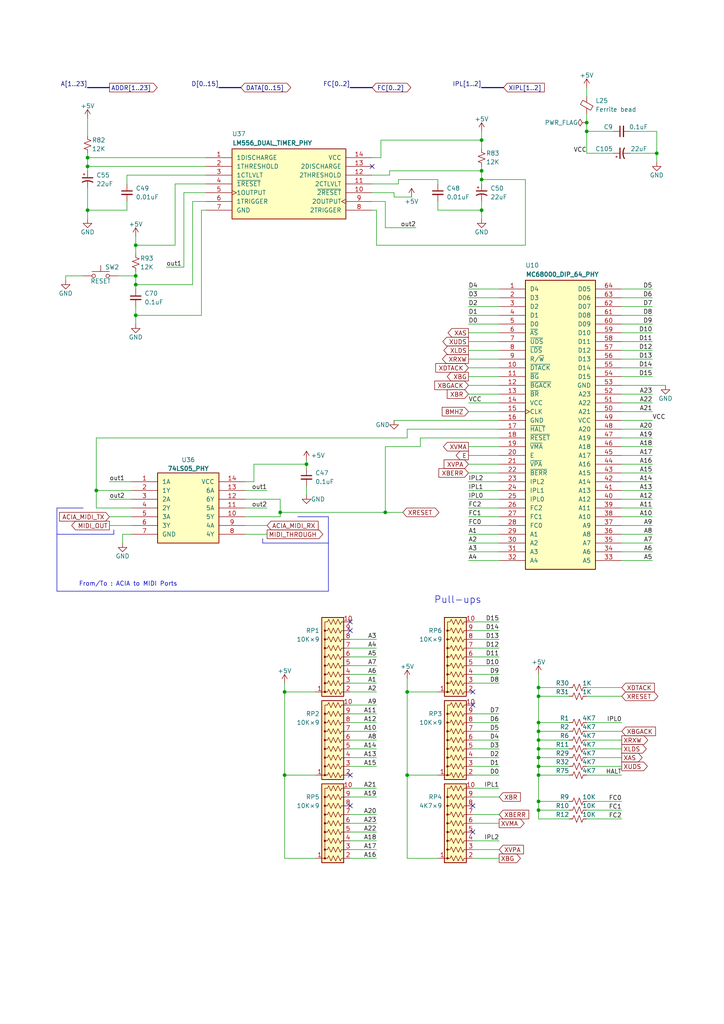
<source format=kicad_sch>
(kicad_sch (version 20230121) (generator eeschema)
  (paper "A4" portrait)
  (title_block (title "Converted schematics of Atari 260/520 ST") (date "2023-04-30") (rev "0") (comment 1 "…sporniket/kicad-conversions--atari-260-520-st-motherboard--c070231") (comment 2 "Original repository : https://github.com/…") (comment 4 "Reference : C070231"))
  (lib_symbols
    (symbol "74x05:74LS05_PHY" (pin_names (offset 1.27))
      (property "Reference" "U" (at 0 0 0))
      (property "Value" "74LS05_PHY" (at 0 0 0))
      (symbol "74LS05_PHY_0_0"
        (rectangle (start -8.89 10.16) (end 8.89 -10.16) (stroke (width 0.254)) (fill (type background)))
        (pin input line (at -16.51 7.62 0) (length 7.62) (name "1A") (number "1"))
        (pin open_collector line (at 16.51 -2.54 180) (length 7.62) (name "5Y") (number "10"))
        (pin input line (at 16.51 0 180) (length 7.62) (name "5A") (number "11"))
        (pin open_collector line (at 16.51 2.54 180) (length 7.62) (name "6Y") (number "12"))
        (pin input line (at 16.51 5.08 180) (length 7.62) (name "6A") (number "13"))
        (pin power_in line (at 16.51 7.62 180) (length 7.62) (name "VCC") (number "14"))
        (pin open_collector line (at -16.51 5.08 0) (length 7.62) (name "1Y") (number "2"))
        (pin input line (at -16.51 2.54 0) (length 7.62) (name "2A") (number "3"))
        (pin open_collector line (at -16.51 0 0) (length 7.62) (name "2Y") (number "4"))
        (pin input line (at -16.51 -2.54 0) (length 7.62) (name "3A") (number "5"))
        (pin open_collector line (at -16.51 -5.08 0) (length 7.62) (name "3Y") (number "6"))
        (pin power_in line (at -16.51 -7.62 0) (length 7.62) (name "GND") (number "7"))
        (pin open_collector line (at 16.51 -7.62 180) (length 7.62) (name "4Y") (number "8"))
        (pin input line (at 16.51 -5.08 180) (length 7.62) (name "4A") (number "9"))
      )
    )
    (symbol "Device:C_Polarized_Small_US" (pin_numbers hide) (pin_names (offset 0.254) hide)
      (property "Reference" "C" (at 0.254 1.778 0))
      (property "Value" "C_Polarized_Small_US" (at 0.254 -2.032 0))
      (symbol "C_Polarized_Small_US_0_1"
        (polyline (pts (xy -1.524 0.508) (xy 1.524 0.508)) (stroke (width 0.3048)))
        (polyline (pts (xy -1.27 1.524) (xy -0.762 1.524)))
        (polyline (pts (xy -1.016 1.27) (xy -1.016 1.778)))
        (arc (start 1.524 -0.762) (mid 0 -0.3734) (end -1.524 -0.762) (stroke (width 0.3048)))
      )
      (symbol "C_Polarized_Small_US_1_1"
        (pin passive line (at 0 2.54 270) (length 2.032) (name "~") (number "1"))
        (pin passive line (at 0 -2.54 90) (length 2.032) (name "~") (number "2"))
      )
    )
    (symbol "Device:C_Small" (pin_numbers hide) (pin_names (offset 0.254) hide)
      (property "Reference" "C" (at 0.254 1.778 0))
      (property "Value" "C_Small" (at 0.254 -2.032 0))
      (symbol "C_Small_0_1"
        (polyline (pts (xy -1.524 -0.508) (xy 1.524 -0.508)) (stroke (width 0.3302)))
        (polyline (pts (xy -1.524 0.508) (xy 1.524 0.508)) (stroke (width 0.3048)))
      )
      (symbol "C_Small_1_1"
        (pin passive line (at 0 2.54 270) (length 2.032) (name "~") (number "1"))
        (pin passive line (at 0 -2.54 90) (length 2.032) (name "~") (number "2"))
      )
    )
    (symbol "Device:FerriteBead_Small" (pin_numbers hide) (pin_names (offset 0))
      (property "Reference" "FB" (at 1.905 1.27 0))
      (property "Value" "FerriteBead_Small" (at 1.905 -1.27 0))
      (symbol "FerriteBead_Small_0_1"
        (polyline (pts (xy 0 -1.27) (xy 0 -0.7874)))
        (polyline (pts (xy 0 0.889) (xy 0 1.2954)))
        (polyline (pts (xy -1.8288 0.2794) (xy -1.1176 1.4986) (xy 1.8288 -0.2032) (xy 1.1176 -1.4224) (xy -1.8288 0.2794)))
      )
      (symbol "FerriteBead_Small_1_1"
        (pin passive line (at 0 2.54 270) (length 1.27) (name "~") (number "1"))
        (pin passive line (at 0 -2.54 90) (length 1.27) (name "~") (number "2"))
      )
    )
    (symbol "Device:R_Network09_US" (pin_names (offset 0) hide)
      (property "Reference" "RN" (at -12.7 0 90))
      (property "Value" "R_Network09_US" (at 12.7 0 90))
      (symbol "R_Network09_US_0_1"
        (rectangle (start -11.43 -3.175) (end 11.43 3.175) (stroke (width 0.254)) (fill (type background)))
        (circle (center -10.16 2.286) (radius 0.254) (fill (type outline)))
        (circle (center -7.62 2.286) (radius 0.254) (fill (type outline)))
        (circle (center -5.08 2.286) (radius 0.254) (fill (type outline)))
        (circle (center -2.54 2.286) (radius 0.254) (fill (type outline)))
        (polyline (pts (xy -10.16 2.286) (xy 10.16 2.286)))
        (polyline (pts (xy -10.16 2.286) (xy -10.16 1.524) (xy -9.398 1.1684) (xy -10.922 0.508) (xy -9.398 -0.1524) (xy -10.922 -0.8382) (xy -9.398 -1.524) (xy -10.922 -2.1844) (xy -10.16 -2.54) (xy -10.16 -3.81)))
        (polyline (pts (xy -7.62 2.286) (xy -7.62 1.524) (xy -6.858 1.1684) (xy -8.382 0.508) (xy -6.858 -0.1524) (xy -8.382 -0.8382) (xy -6.858 -1.524) (xy -8.382 -2.1844) (xy -7.62 -2.54) (xy -7.62 -3.81)))
        (polyline (pts (xy -5.08 2.286) (xy -5.08 1.524) (xy -4.318 1.1684) (xy -5.842 0.508) (xy -4.318 -0.1524) (xy -5.842 -0.8382) (xy -4.318 -1.524) (xy -5.842 -2.1844) (xy -5.08 -2.54) (xy -5.08 -3.81)))
        (polyline (pts (xy -2.54 2.286) (xy -2.54 1.524) (xy -1.778 1.1684) (xy -3.302 0.508) (xy -1.778 -0.1524) (xy -3.302 -0.8382) (xy -1.778 -1.524) (xy -3.302 -2.1844) (xy -2.54 -2.54) (xy -2.54 -3.81)))
        (polyline (pts (xy 0 2.286) (xy 0 1.524) (xy 0.762 1.1684) (xy -0.762 0.508) (xy 0.762 -0.1524) (xy -0.762 -0.8382) (xy 0.762 -1.524) (xy -0.762 -2.1844) (xy 0 -2.54) (xy 0 -3.81)))
        (polyline (pts (xy 2.54 2.286) (xy 2.54 1.524) (xy 3.302 1.1684) (xy 1.778 0.508) (xy 3.302 -0.1524) (xy 1.778 -0.8382) (xy 3.302 -1.524) (xy 1.778 -2.1844) (xy 2.54 -2.54) (xy 2.54 -3.81)))
        (polyline (pts (xy 5.08 2.286) (xy 5.08 1.524) (xy 5.842 1.1684) (xy 4.318 0.508) (xy 5.842 -0.1524) (xy 4.318 -0.8382) (xy 5.842 -1.524) (xy 4.318 -2.1844) (xy 5.08 -2.54) (xy 5.08 -3.81)))
        (polyline (pts (xy 7.62 2.286) (xy 7.62 1.524) (xy 8.382 1.1684) (xy 6.858 0.508) (xy 8.382 -0.1524) (xy 6.858 -0.8382) (xy 8.382 -1.524) (xy 6.858 -2.1844) (xy 7.62 -2.54) (xy 7.62 -3.81)))
        (polyline (pts (xy 10.16 2.286) (xy 10.16 1.524) (xy 10.922 1.1684) (xy 9.398 0.508) (xy 10.922 -0.1524) (xy 9.398 -0.8382) (xy 10.922 -1.524) (xy 9.398 -2.1844) (xy 10.16 -2.54) (xy 10.16 -3.81)))
        (circle (center 0 2.286) (radius 0.254) (fill (type outline)))
        (circle (center 2.54 2.286) (radius 0.254) (fill (type outline)))
        (circle (center 5.08 2.286) (radius 0.254) (fill (type outline)))
        (circle (center 7.62 2.286) (radius 0.254) (fill (type outline)))
      )
      (symbol "R_Network09_US_1_1"
        (pin passive line (at -10.16 5.08 270) (length 2.54) (name "common") (number "1"))
        (pin passive line (at 10.16 -5.08 90) (length 1.27) (name "R9") (number "10"))
        (pin passive line (at -10.16 -5.08 90) (length 1.27) (name "R1") (number "2"))
        (pin passive line (at -7.62 -5.08 90) (length 1.27) (name "R2") (number "3"))
        (pin passive line (at -5.08 -5.08 90) (length 1.27) (name "R3") (number "4"))
        (pin passive line (at -2.54 -5.08 90) (length 1.27) (name "R4") (number "5"))
        (pin passive line (at 0 -5.08 90) (length 1.27) (name "R5") (number "6"))
        (pin passive line (at 2.54 -5.08 90) (length 1.27) (name "R6") (number "7"))
        (pin passive line (at 5.08 -5.08 90) (length 1.27) (name "R7") (number "8"))
        (pin passive line (at 7.62 -5.08 90) (length 1.27) (name "R8") (number "9"))
      )
    )
    (symbol "Device:R_Small_US" (pin_numbers hide) (pin_names (offset 0.254) hide)
      (property "Reference" "R" (at 0.762 0.508 0))
      (property "Value" "R_Small_US" (at 0.762 -1.016 0))
      (symbol "R_Small_US_1_1"
        (polyline (pts (xy 0 0) (xy 1.016 -0.381) (xy 0 -0.762) (xy -1.016 -1.143) (xy 0 -1.524)))
        (polyline (pts (xy 0 1.524) (xy 1.016 1.143) (xy 0 0.762) (xy -1.016 0.381) (xy 0 0)))
        (pin passive line (at 0 2.54 270) (length 1.016) (name "~") (number "1"))
        (pin passive line (at 0 -2.54 90) (length 1.016) (name "~") (number "2"))
      )
    )
    (symbol "Switch:SW_Push" (pin_numbers hide) (pin_names (offset 1.016) hide)
      (property "Reference" "SW" (at 1.27 2.54 0))
      (property "Value" "SW_Push" (at 0 -1.524 0))
      (symbol "SW_Push_0_1"
        (circle (center -2.032 0) (radius 0.508))
        (polyline (pts (xy 0 1.27) (xy 0 3.048)))
        (polyline (pts (xy 2.54 1.27) (xy -2.54 1.27)))
        (circle (center 2.032 0) (radius 0.508))
        (pin passive line (at -5.08 0 0) (length 2.54) (name "1") (number "1"))
        (pin passive line (at 5.08 0 180) (length 2.54) (name "2") (number "2"))
      )
    )
    (symbol "lm556:LM556_DUAL_TIMER_PHY" (pin_names (offset 1.27))
      (property "Reference" "U" (at -16.51 15.24 0))
      (property "Value" "LM556_DUAL_TIMER_PHY" (at -16.51 12.7 0))
      (symbol "LM556_DUAL_TIMER_PHY_0_0"
        (rectangle (start -16.51 10.16) (end 16.51 -10.16) (stroke (width 0.254)) (fill (type background)))
        (pin input line (at -24.13 7.62 0) (length 7.62) (name "1DISCHARGE") (number "1"))
        (pin input line (at 24.13 -2.54 180) (length 7.62) (name "~{2RESET}") (number "10"))
        (pin input line (at 24.13 0 180) (length 7.62) (name "2CTLVLT") (number "11"))
        (pin input line (at 24.13 2.54 180) (length 7.62) (name "2THRESHOLD") (number "12"))
        (pin input line (at 24.13 5.08 180) (length 7.62) (name "2DISCHARGE") (number "13"))
        (pin power_in line (at 24.13 7.62 180) (length 7.62) (name "VCC") (number "14"))
        (pin input line (at -24.13 5.08 0) (length 7.62) (name "1THRESHOLD") (number "2"))
        (pin input line (at -24.13 2.54 0) (length 7.62) (name "1CTLVLT") (number "3"))
        (pin input line (at -24.13 0 0) (length 7.62) (name "~{1RESET}") (number "4"))
        (pin output clock (at -24.13 -2.54 0) (length 7.62) (name "1OUTPUT") (number "5"))
        (pin input line (at -24.13 -5.08 0) (length 7.62) (name "1TRIGGER") (number "6"))
        (pin power_in line (at -24.13 -7.62 0) (length 7.62) (name "GND") (number "7"))
        (pin input line (at 24.13 -7.62 180) (length 7.62) (name "2TRIGGER") (number "8"))
        (pin output clock (at 24.13 -5.08 180) (length 7.62) (name "2OUTPUT") (number "9"))
      )
    )
    (symbol "mc_68000_dip64:MC68000_DIP_64_PHY" (pin_names (offset 1.27))
      (property "Reference" "U" (at -10.16 46.99 0))
      (property "Value" "MC68000_DIP_64_PHY" (at -10.16 44.45 0))
      (symbol "MC68000_DIP_64_PHY_0_0"
        (rectangle (start -10.16 41.91) (end 10.16 -41.91) (stroke (width 0.254)) (fill (type background)))
        (pin bidirectional line (at -17.78 39.37 0) (length 7.62) (name "D4") (number "1"))
        (pin input line (at -17.78 16.51 0) (length 7.62) (name "~{DTACK}") (number "10"))
        (pin output line (at -17.78 13.97 0) (length 7.62) (name "~{BG}") (number "11"))
        (pin input line (at -17.78 11.43 0) (length 7.62) (name "~{BGACK}") (number "12"))
        (pin input line (at -17.78 8.89 0) (length 7.62) (name "~{BR}") (number "13"))
        (pin power_in line (at -17.78 6.35 0) (length 7.62) (name "VCC") (number "14"))
        (pin input clock (at -17.78 3.81 0) (length 7.62) (name "CLK") (number "15"))
        (pin power_in line (at -17.78 1.27 0) (length 7.62) (name "GND") (number "16"))
        (pin bidirectional line (at -17.78 -1.27 0) (length 7.62) (name "~{HALT}") (number "17"))
        (pin bidirectional line (at -17.78 -3.81 0) (length 7.62) (name "~{RESET}") (number "18"))
        (pin output line (at -17.78 -6.35 0) (length 7.62) (name "~{VMA}") (number "19"))
        (pin bidirectional line (at -17.78 36.83 0) (length 7.62) (name "D3") (number "2"))
        (pin output line (at -17.78 -8.89 0) (length 7.62) (name "E") (number "20"))
        (pin input line (at -17.78 -11.43 0) (length 7.62) (name "~{VPA}") (number "21"))
        (pin input line (at -17.78 -13.97 0) (length 7.62) (name "~{BERR}") (number "22"))
        (pin input line (at -17.78 -16.51 0) (length 7.62) (name "IPL2") (number "23"))
        (pin input line (at -17.78 -19.05 0) (length 7.62) (name "IPL1") (number "24"))
        (pin input line (at -17.78 -21.59 0) (length 7.62) (name "IPL0") (number "25"))
        (pin tri_state line (at -17.78 -24.13 0) (length 7.62) (name "FC2") (number "26"))
        (pin tri_state line (at -17.78 -26.67 0) (length 7.62) (name "FC1") (number "27"))
        (pin tri_state line (at -17.78 -29.21 0) (length 7.62) (name "FC0") (number "28"))
        (pin output line (at -17.78 -31.75 0) (length 7.62) (name "A1") (number "29"))
        (pin bidirectional line (at -17.78 34.29 0) (length 7.62) (name "D2") (number "3"))
        (pin output line (at -17.78 -34.29 0) (length 7.62) (name "A2") (number "30"))
        (pin output line (at -17.78 -36.83 0) (length 7.62) (name "A3") (number "31"))
        (pin output line (at -17.78 -39.37 0) (length 7.62) (name "A4") (number "32"))
        (pin output line (at 17.78 -39.37 180) (length 7.62) (name "A5") (number "33"))
        (pin output line (at 17.78 -36.83 180) (length 7.62) (name "A6") (number "34"))
        (pin output line (at 17.78 -34.29 180) (length 7.62) (name "A7") (number "35"))
        (pin output line (at 17.78 -31.75 180) (length 7.62) (name "A8") (number "36"))
        (pin output line (at 17.78 -29.21 180) (length 7.62) (name "A9") (number "37"))
        (pin output line (at 17.78 -26.67 180) (length 7.62) (name "A10") (number "38"))
        (pin output line (at 17.78 -24.13 180) (length 7.62) (name "A11") (number "39"))
        (pin bidirectional line (at -17.78 31.75 0) (length 7.62) (name "D1") (number "4"))
        (pin output line (at 17.78 -21.59 180) (length 7.62) (name "A12") (number "40"))
        (pin output line (at 17.78 -19.05 180) (length 7.62) (name "A13") (number "41"))
        (pin output line (at 17.78 -16.51 180) (length 7.62) (name "A14") (number "42"))
        (pin output line (at 17.78 -13.97 180) (length 7.62) (name "A15") (number "43"))
        (pin output line (at 17.78 -11.43 180) (length 7.62) (name "A16") (number "44"))
        (pin output line (at 17.78 -8.89 180) (length 7.62) (name "A17") (number "45"))
        (pin output line (at 17.78 -6.35 180) (length 7.62) (name "A18") (number "46"))
        (pin output line (at 17.78 -3.81 180) (length 7.62) (name "A19") (number "47"))
        (pin output line (at 17.78 -1.27 180) (length 7.62) (name "A20") (number "48"))
        (pin power_in line (at 17.78 1.27 180) (length 7.62) (name "VCC") (number "49"))
        (pin bidirectional line (at -17.78 29.21 0) (length 7.62) (name "D0") (number "5"))
        (pin output line (at 17.78 3.81 180) (length 7.62) (name "A21") (number "50"))
        (pin output line (at 17.78 6.35 180) (length 7.62) (name "A22") (number "51"))
        (pin output line (at 17.78 8.89 180) (length 7.62) (name "A23") (number "52"))
        (pin power_in line (at 17.78 11.43 180) (length 7.62) (name "GND") (number "53"))
        (pin bidirectional line (at 17.78 13.97 180) (length 7.62) (name "D15") (number "54"))
        (pin bidirectional line (at 17.78 16.51 180) (length 7.62) (name "D14") (number "55"))
        (pin bidirectional line (at 17.78 19.05 180) (length 7.62) (name "D13") (number "56"))
        (pin bidirectional line (at 17.78 21.59 180) (length 7.62) (name "D12") (number "57"))
        (pin bidirectional line (at 17.78 24.13 180) (length 7.62) (name "D11") (number "58"))
        (pin bidirectional line (at 17.78 26.67 180) (length 7.62) (name "D10") (number "59"))
        (pin tri_state line (at -17.78 26.67 0) (length 7.62) (name "~{AS}") (number "6"))
        (pin bidirectional line (at 17.78 29.21 180) (length 7.62) (name "D09") (number "60"))
        (pin bidirectional line (at 17.78 31.75 180) (length 7.62) (name "D08") (number "61"))
        (pin bidirectional line (at 17.78 34.29 180) (length 7.62) (name "D07") (number "62"))
        (pin bidirectional line (at 17.78 36.83 180) (length 7.62) (name "D06") (number "63"))
        (pin bidirectional line (at 17.78 39.37 180) (length 7.62) (name "D05") (number "64"))
        (pin tri_state line (at -17.78 24.13 0) (length 7.62) (name "~{UDS}") (number "7"))
        (pin tri_state line (at -17.78 21.59 0) (length 7.62) (name "~{LDS}") (number "8"))
        (pin tri_state line (at -17.78 19.05 0) (length 7.62) (name "R/~{W}") (number "9"))
      )
    )
    (symbol "power:+5V" (power) (pin_names (offset 0))
      (property "Value" "+5V" (at 0 3.556 0))
      (symbol "+5V_0_1"
        (polyline (pts (xy -0.762 1.27) (xy 0 2.54)))
        (polyline (pts (xy 0 0) (xy 0 2.54)))
        (polyline (pts (xy 0 2.54) (xy 0.762 1.27)))
      )
      (symbol "+5V_1_1"
        (pin power_in line (at 0 0 90) (length 0) hide (name "+5V") (number "1"))
      )
    )
    (symbol "power:GND" (power) (pin_names (offset 0))
      (property "Value" "GND" (at 0 -3.81 0))
      (symbol "GND_0_1"
        (polyline (pts (xy 0 0) (xy 0 -1.27) (xy 1.27 -1.27) (xy 0 -2.54) (xy -1.27 -1.27) (xy 0 -1.27)))
      )
      (symbol "GND_1_1"
        (pin power_in line (at 0 0 270) (length 0) hide (name "GND") (number "1"))
      )
    )
    (symbol "power:PWR_FLAG" (power) (pin_numbers hide) (pin_names (offset 0) hide)
      (property "Value" "PWR_FLAG" (at 0 3.81 0))
      (symbol "PWR_FLAG_0_0"
        (pin power_out line (at 0 0 90) (length 0) (name "pwr") (number "1"))
      )
      (symbol "PWR_FLAG_0_1"
        (polyline (pts (xy 0 0) (xy 0 1.27) (xy -1.016 1.905) (xy 0 2.54) (xy 1.016 1.905) (xy 0 1.27)))
      )
    )
  )
  (junction (at 82.55 200.66))
  (junction (at 139.7 52.07))
  (junction (at 111.76 148.59))
  (junction (at 25.4 60.96))
  (junction (at 81.28 148.59))
  (junction (at 156.21 222.25))
  (junction (at 156.21 199.39))
  (junction (at 156.21 234.95))
  (junction (at 88.9 134.62))
  (junction (at 139.7 40.64))
  (junction (at 39.37 91.44))
  (junction (at 39.37 71.12))
  (junction (at 156.21 209.55))
  (junction (at 170.18 35.56))
  (junction (at 156.21 201.93))
  (junction (at 82.55 224.79))
  (junction (at 139.7 60.96))
  (junction (at 118.11 224.79))
  (junction (at 156.21 219.71))
  (junction (at 39.37 80.01))
  (junction (at 156.21 217.17))
  (junction (at 118.11 200.66))
  (junction (at 156.21 214.63))
  (junction (at 190.5 44.45))
  (junction (at 170.18 38.1))
  (junction (at 27.94 142.24))
  (junction (at 156.21 224.79))
  (junction (at 39.37 82.55))
  (junction (at 139.7 49.53))
  (junction (at 156.21 212.09))
  (junction (at 156.21 232.41))
  (junction (at 25.4 48.26))
  (junction (at 25.4 45.72))
  (no_connect (at 137.16 200.66))
  (no_connect (at 137.16 204.47))
  (no_connect (at 101.6 182.88))
  (no_connect (at 107.95 48.26))
  (no_connect (at 101.6 180.34))
  (no_connect (at 101.6 233.68))
  (no_connect (at 101.6 224.79))
  (no_connect (at 137.16 233.68))
  (no_connect (at 137.16 241.3))
  (wire (pts (xy 180.34 144.78) (xy 189.23 144.78)))
  (polyline (pts (xy 33.02 153.67) (xy 33.02 154.94)))
  (wire (pts (xy 101.6 236.22) (xy 109.22 236.22)))
  (wire (pts (xy 19.05 80.01) (xy 24.13 80.01)))
  (wire (pts (xy 71.12 144.78) (xy 81.28 144.78)))
  (wire (pts (xy 170.18 35.56) (xy 170.18 38.1)))
  (polyline (pts (xy 16.51 154.94) (xy 16.51 171.45)))
  (wire (pts (xy 156.21 234.95) (xy 165.1 234.95)))
  (polyline (pts (xy 95.25 171.45) (xy 95.25 157.48)))
  (wire (pts (xy 182.88 38.1) (xy 190.5 38.1)))
  (wire (pts (xy 135.89 109.22) (xy 144.78 109.22)))
  (wire (pts (xy 81.28 148.59) (xy 111.76 148.59)))
  (wire (pts (xy 170.18 44.45) (xy 177.8 44.45)))
  (wire (pts (xy 137.16 246.38) (xy 144.78 246.38)))
  (wire (pts (xy 139.7 60.96) (xy 139.7 63.5)))
  (wire (pts (xy 135.89 132.08) (xy 144.78 132.08)))
  (wire (pts (xy 135.89 160.02) (xy 144.78 160.02)))
  (wire (pts (xy 170.18 212.09) (xy 180.34 212.09)))
  (wire (pts (xy 107.95 58.42) (xy 111.76 58.42)))
  (wire (pts (xy 118.11 224.79) (xy 118.11 248.92)))
  (wire (pts (xy 139.7 58.42) (xy 139.7 60.96)))
  (wire (pts (xy 156.21 219.71) (xy 156.21 222.25)))
  (wire (pts (xy 27.94 142.24) (xy 27.94 147.32)))
  (wire (pts (xy 137.16 238.76) (xy 144.78 238.76)))
  (wire (pts (xy 135.89 83.82) (xy 144.78 83.82)))
  (wire (pts (xy 170.18 224.79) (xy 180.34 224.79)))
  (polyline (pts (xy 76.2 157.48) (xy 95.25 157.48)))
  (wire (pts (xy 135.89 101.6) (xy 144.78 101.6)))
  (wire (pts (xy 71.12 152.4) (xy 77.47 152.4)))
  (wire (pts (xy 36.83 50.8) (xy 36.83 53.34)))
  (wire (pts (xy 71.12 139.7) (xy 73.66 139.7)))
  (wire (pts (xy 156.21 201.93) (xy 156.21 209.55)))
  (wire (pts (xy 180.34 139.7) (xy 189.23 139.7)))
  (wire (pts (xy 107.95 53.34) (xy 115.57 53.34)))
  (wire (pts (xy 180.34 160.02) (xy 189.23 160.02)))
  (wire (pts (xy 137.16 217.17) (xy 144.78 217.17)))
  (wire (pts (xy 180.34 121.92) (xy 189.23 121.92)))
  (wire (pts (xy 135.89 106.68) (xy 144.78 106.68)))
  (wire (pts (xy 53.34 77.47) (xy 48.26 77.47)))
  (wire (pts (xy 127 58.42) (xy 127 60.96)))
  (wire (pts (xy 180.34 119.38) (xy 189.23 119.38)))
  (wire (pts (xy 139.7 48.26) (xy 139.7 49.53)))
  (wire (pts (xy 135.89 99.06) (xy 144.78 99.06)))
  (wire (pts (xy 107.95 45.72) (xy 110.49 45.72)))
  (wire (pts (xy 170.18 217.17) (xy 180.34 217.17)))
  (wire (pts (xy 135.89 86.36) (xy 144.78 86.36)))
  (wire (pts (xy 135.89 142.24) (xy 144.78 142.24)))
  (wire (pts (xy 82.55 198.12) (xy 82.55 200.66)))
  (bus (pts (xy 101.6 25.4) (xy 107.95 25.4)))
  (wire (pts (xy 137.16 236.22) (xy 144.78 236.22)))
  (wire (pts (xy 111.76 66.04) (xy 120.65 66.04)))
  (wire (pts (xy 110.49 40.64) (xy 139.7 40.64)))
  (wire (pts (xy 156.21 214.63) (xy 165.1 214.63)))
  (wire (pts (xy 137.16 214.63) (xy 144.78 214.63)))
  (wire (pts (xy 118.11 127) (xy 27.94 127)))
  (wire (pts (xy 82.55 200.66) (xy 82.55 224.79)))
  (wire (pts (xy 170.18 33.02) (xy 170.18 35.56)))
  (wire (pts (xy 101.6 222.25) (xy 109.22 222.25)))
  (wire (pts (xy 156.21 224.79) (xy 156.21 232.41)))
  (wire (pts (xy 127 248.92) (xy 118.11 248.92)))
  (wire (pts (xy 135.89 93.98) (xy 144.78 93.98)))
  (wire (pts (xy 88.9 133.35) (xy 88.9 134.62)))
  (wire (pts (xy 170.18 222.25) (xy 180.34 222.25)))
  (wire (pts (xy 118.11 200.66) (xy 127 200.66)))
  (wire (pts (xy 25.4 45.72) (xy 59.69 45.72)))
  (wire (pts (xy 180.34 149.86) (xy 189.23 149.86)))
  (wire (pts (xy 180.34 137.16) (xy 189.23 137.16)))
  (wire (pts (xy 39.37 82.55) (xy 39.37 83.82)))
  (wire (pts (xy 111.76 58.42) (xy 111.76 66.04)))
  (wire (pts (xy 101.6 248.92) (xy 109.22 248.92)))
  (wire (pts (xy 101.6 195.58) (xy 109.22 195.58)))
  (wire (pts (xy 139.7 49.53) (xy 139.7 52.07)))
  (wire (pts (xy 170.18 38.1) (xy 170.18 44.45)))
  (wire (pts (xy 180.34 134.62) (xy 189.23 134.62)))
  (wire (pts (xy 156.21 224.79) (xy 165.1 224.79)))
  (wire (pts (xy 81.28 148.59) (xy 81.28 149.86)))
  (wire (pts (xy 180.34 86.36) (xy 189.23 86.36)))
  (wire (pts (xy 88.9 134.62) (xy 88.9 135.89)))
  (wire (pts (xy 127 52.07) (xy 127 53.34)))
  (wire (pts (xy 50.8 53.34) (xy 50.8 71.12)))
  (wire (pts (xy 180.34 106.68) (xy 189.23 106.68)))
  (wire (pts (xy 190.5 44.45) (xy 190.5 46.99)))
  (wire (pts (xy 180.34 154.94) (xy 189.23 154.94)))
  (wire (pts (xy 135.89 134.62) (xy 144.78 134.62)))
  (wire (pts (xy 180.34 111.76) (xy 193.04 111.76)))
  (wire (pts (xy 36.83 60.96) (xy 25.4 60.96)))
  (wire (pts (xy 137.16 185.42) (xy 144.78 185.42)))
  (wire (pts (xy 137.16 222.25) (xy 144.78 222.25)))
  (wire (pts (xy 81.28 144.78) (xy 81.28 148.59)))
  (wire (pts (xy 25.4 54.61) (xy 25.4 60.96)))
  (wire (pts (xy 156.21 232.41) (xy 156.21 234.95)))
  (wire (pts (xy 139.7 40.64) (xy 139.7 43.18)))
  (wire (pts (xy 25.4 45.72) (xy 25.4 48.26)))
  (wire (pts (xy 27.94 142.24) (xy 38.1 142.24)))
  (wire (pts (xy 55.88 58.42) (xy 55.88 82.55)))
  (wire (pts (xy 180.34 116.84) (xy 189.23 116.84)))
  (wire (pts (xy 137.16 187.96) (xy 144.78 187.96)))
  (wire (pts (xy 170.18 219.71) (xy 180.34 219.71)))
  (wire (pts (xy 101.6 228.6) (xy 109.22 228.6)))
  (wire (pts (xy 101.6 217.17) (xy 109.22 217.17)))
  (wire (pts (xy 121.92 127) (xy 144.78 127)))
  (wire (pts (xy 135.89 119.38) (xy 144.78 119.38)))
  (wire (pts (xy 101.6 187.96) (xy 109.22 187.96)))
  (wire (pts (xy 101.6 214.63) (xy 109.22 214.63)))
  (wire (pts (xy 82.55 224.79) (xy 91.44 224.79)))
  (wire (pts (xy 137.16 180.34) (xy 144.78 180.34)))
  (wire (pts (xy 53.34 55.88) (xy 53.34 77.47)))
  (wire (pts (xy 180.34 127) (xy 189.23 127)))
  (polyline (pts (xy 16.51 154.94) (xy 33.02 154.94)))
  (wire (pts (xy 107.95 55.88) (xy 114.3 55.88)))
  (polyline (pts (xy 16.51 147.32) (xy 16.51 154.94)))
  (wire (pts (xy 135.89 88.9) (xy 144.78 88.9)))
  (wire (pts (xy 35.56 154.94) (xy 38.1 154.94)))
  (wire (pts (xy 114.3 57.15) (xy 114.3 55.88)))
  (wire (pts (xy 180.34 157.48) (xy 189.23 157.48)))
  (wire (pts (xy 135.89 149.86) (xy 144.78 149.86)))
  (wire (pts (xy 71.12 147.32) (xy 77.47 147.32)))
  (wire (pts (xy 118.11 196.85) (xy 118.11 200.66)))
  (wire (pts (xy 180.34 99.06) (xy 189.23 99.06)))
  (wire (pts (xy 156.21 212.09) (xy 156.21 214.63)))
  (wire (pts (xy 82.55 248.92) (xy 91.44 248.92)))
  (wire (pts (xy 137.16 209.55) (xy 144.78 209.55)))
  (wire (pts (xy 180.34 93.98) (xy 189.23 93.98)))
  (wire (pts (xy 101.6 212.09) (xy 109.22 212.09)))
  (wire (pts (xy 135.89 154.94) (xy 144.78 154.94)))
  (polyline (pts (xy 86.36 149.86) (xy 95.25 149.86)))
  (wire (pts (xy 19.05 81.28) (xy 19.05 80.01)))
  (wire (pts (xy 101.6 193.04) (xy 109.22 193.04)))
  (wire (pts (xy 156.21 212.09) (xy 165.1 212.09)))
  (wire (pts (xy 111.76 129.54) (xy 111.76 148.59)))
  (wire (pts (xy 101.6 204.47) (xy 109.22 204.47)))
  (wire (pts (xy 71.12 149.86) (xy 81.28 149.86)))
  (wire (pts (xy 111.76 148.59) (xy 116.84 148.59)))
  (wire (pts (xy 137.16 231.14) (xy 144.78 231.14)))
  (wire (pts (xy 101.6 200.66) (xy 109.22 200.66)))
  (wire (pts (xy 180.34 109.22) (xy 189.23 109.22)))
  (wire (pts (xy 36.83 50.8) (xy 59.69 50.8)))
  (wire (pts (xy 156.21 222.25) (xy 165.1 222.25)))
  (wire (pts (xy 39.37 82.55) (xy 55.88 82.55)))
  (wire (pts (xy 156.21 217.17) (xy 165.1 217.17)))
  (wire (pts (xy 31.75 152.4) (xy 38.1 152.4)))
  (wire (pts (xy 121.92 129.54) (xy 111.76 129.54)))
  (wire (pts (xy 82.55 200.66) (xy 91.44 200.66)))
  (wire (pts (xy 25.4 34.29) (xy 25.4 39.37)))
  (wire (pts (xy 39.37 91.44) (xy 39.37 93.98)))
  (wire (pts (xy 135.89 162.56) (xy 144.78 162.56)))
  (wire (pts (xy 180.34 91.44) (xy 189.23 91.44)))
  (wire (pts (xy 135.89 111.76) (xy 144.78 111.76)))
  (wire (pts (xy 58.42 60.96) (xy 58.42 91.44)))
  (wire (pts (xy 109.22 71.12) (xy 152.4 71.12)))
  (wire (pts (xy 101.6 198.12) (xy 109.22 198.12)))
  (wire (pts (xy 137.16 219.71) (xy 144.78 219.71)))
  (wire (pts (xy 27.94 147.32) (xy 38.1 147.32)))
  (wire (pts (xy 113.03 49.53) (xy 113.03 50.8)))
  (wire (pts (xy 73.66 134.62) (xy 73.66 139.7)))
  (wire (pts (xy 118.11 124.46) (xy 118.11 127)))
  (wire (pts (xy 39.37 71.12) (xy 39.37 73.66)))
  (wire (pts (xy 170.18 25.4) (xy 170.18 27.94)))
  (wire (pts (xy 36.83 58.42) (xy 36.83 60.96)))
  (wire (pts (xy 170.18 209.55) (xy 180.34 209.55)))
  (wire (pts (xy 156.21 217.17) (xy 156.21 219.71)))
  (wire (pts (xy 180.34 96.52) (xy 189.23 96.52)))
  (wire (pts (xy 135.89 157.48) (xy 144.78 157.48)))
  (wire (pts (xy 180.34 142.24) (xy 189.23 142.24)))
  (wire (pts (xy 115.57 52.07) (xy 127 52.07)))
  (wire (pts (xy 137.16 198.12) (xy 144.78 198.12)))
  (wire (pts (xy 190.5 38.1) (xy 190.5 44.45)))
  (wire (pts (xy 156.21 219.71) (xy 165.1 219.71)))
  (wire (pts (xy 135.89 91.44) (xy 144.78 91.44)))
  (wire (pts (xy 114.3 57.15) (xy 119.38 57.15)))
  (wire (pts (xy 121.92 127) (xy 121.92 129.54)))
  (wire (pts (xy 156.21 199.39) (xy 156.21 201.93)))
  (wire (pts (xy 137.16 193.04) (xy 144.78 193.04)))
  (wire (pts (xy 101.6 209.55) (xy 109.22 209.55)))
  (wire (pts (xy 180.34 162.56) (xy 189.23 162.56)))
  (wire (pts (xy 135.89 129.54) (xy 144.78 129.54)))
  (wire (pts (xy 170.18 234.95) (xy 180.34 234.95)))
  (wire (pts (xy 152.4 52.07) (xy 139.7 52.07)))
  (polyline (pts (xy 16.51 171.45) (xy 50.8 171.45)))
  (wire (pts (xy 135.89 116.84) (xy 144.78 116.84)))
  (wire (pts (xy 137.16 212.09) (xy 144.78 212.09)))
  (wire (pts (xy 139.7 52.07) (xy 139.7 53.34)))
  (wire (pts (xy 27.94 127) (xy 27.94 142.24)))
  (wire (pts (xy 101.6 246.38) (xy 109.22 246.38)))
  (wire (pts (xy 135.89 104.14) (xy 144.78 104.14)))
  (wire (pts (xy 156.21 214.63) (xy 156.21 217.17)))
  (wire (pts (xy 139.7 38.1) (xy 139.7 40.64)))
  (wire (pts (xy 59.69 53.34) (xy 50.8 53.34)))
  (wire (pts (xy 156.21 195.58) (xy 156.21 199.39)))
  (wire (pts (xy 180.34 104.14) (xy 189.23 104.14)))
  (wire (pts (xy 170.18 232.41) (xy 180.34 232.41)))
  (wire (pts (xy 180.34 132.08) (xy 189.23 132.08)))
  (wire (pts (xy 180.34 101.6) (xy 189.23 101.6)))
  (polyline (pts (xy 76.2 156.21) (xy 76.2 157.48)))
  (wire (pts (xy 137.16 182.88) (xy 144.78 182.88)))
  (wire (pts (xy 101.6 190.5) (xy 109.22 190.5)))
  (wire (pts (xy 135.89 137.16) (xy 144.78 137.16)))
  (wire (pts (xy 39.37 91.44) (xy 58.42 91.44)))
  (wire (pts (xy 82.55 224.79) (xy 82.55 248.92)))
  (wire (pts (xy 156.21 201.93) (xy 165.1 201.93)))
  (wire (pts (xy 118.11 124.46) (xy 144.78 124.46)))
  (wire (pts (xy 180.34 83.82) (xy 189.23 83.82)))
  (wire (pts (xy 170.18 237.49) (xy 180.34 237.49)))
  (wire (pts (xy 101.6 231.14) (xy 109.22 231.14)))
  (wire (pts (xy 25.4 44.45) (xy 25.4 45.72)))
  (wire (pts (xy 25.4 48.26) (xy 25.4 49.53)))
  (wire (pts (xy 180.34 152.4) (xy 189.23 152.4)))
  (wire (pts (xy 135.89 96.52) (xy 144.78 96.52)))
  (wire (pts (xy 137.16 228.6) (xy 144.78 228.6)))
  (wire (pts (xy 101.6 185.42) (xy 109.22 185.42)))
  (wire (pts (xy 180.34 124.46) (xy 189.23 124.46)))
  (wire (pts (xy 137.16 190.5) (xy 144.78 190.5)))
  (wire (pts (xy 31.75 144.78) (xy 38.1 144.78)))
  (wire (pts (xy 170.18 214.63) (xy 180.34 214.63)))
  (wire (pts (xy 107.95 60.96) (xy 109.22 60.96)))
  (wire (pts (xy 156.21 237.49) (xy 165.1 237.49)))
  (wire (pts (xy 156.21 222.25) (xy 156.21 224.79)))
  (wire (pts (xy 118.11 224.79) (xy 127 224.79)))
  (wire (pts (xy 127 60.96) (xy 139.7 60.96)))
  (wire (pts (xy 73.66 134.62) (xy 88.9 134.62)))
  (wire (pts (xy 101.6 243.84) (xy 109.22 243.84)))
  (wire (pts (xy 39.37 71.12) (xy 50.8 71.12)))
  (wire (pts (xy 113.03 49.53) (xy 139.7 49.53)))
  (wire (pts (xy 59.69 58.42) (xy 55.88 58.42)))
  (wire (pts (xy 137.16 207.01) (xy 144.78 207.01)))
  (wire (pts (xy 39.37 68.58) (xy 39.37 71.12)))
  (wire (pts (xy 182.88 44.45) (xy 190.5 44.45)))
  (wire (pts (xy 39.37 88.9) (xy 39.37 91.44)))
  (wire (pts (xy 180.34 147.32) (xy 189.23 147.32)))
  (wire (pts (xy 135.89 152.4) (xy 144.78 152.4)))
  (bus (pts (xy 139.7 25.4) (xy 146.05 25.4)))
  (wire (pts (xy 31.75 149.86) (xy 38.1 149.86)))
  (wire (pts (xy 71.12 154.94) (xy 77.47 154.94)))
  (wire (pts (xy 71.12 142.24) (xy 77.47 142.24)))
  (wire (pts (xy 31.75 139.7) (xy 38.1 139.7)))
  (wire (pts (xy 101.6 238.76) (xy 109.22 238.76)))
  (bus (pts (xy 63.5 25.4) (xy 69.85 25.4)))
  (wire (pts (xy 107.95 50.8) (xy 113.03 50.8)))
  (wire (pts (xy 156.21 232.41) (xy 165.1 232.41)))
  (wire (pts (xy 59.69 60.96) (xy 58.42 60.96)))
  (polyline (pts (xy 50.8 171.45) (xy 95.25 171.45)))
  (wire (pts (xy 34.29 80.01) (xy 39.37 80.01)))
  (wire (pts (xy 170.18 38.1) (xy 177.8 38.1)))
  (wire (pts (xy 25.4 60.96) (xy 25.4 63.5)))
  (wire (pts (xy 101.6 241.3) (xy 109.22 241.3)))
  (wire (pts (xy 109.22 60.96) (xy 109.22 71.12)))
  (wire (pts (xy 101.6 207.01) (xy 109.22 207.01)))
  (wire (pts (xy 156.21 209.55) (xy 165.1 209.55)))
  (polyline (pts (xy 24.13 147.32) (xy 16.51 147.32)))
  (wire (pts (xy 39.37 80.01) (xy 39.37 82.55)))
  (wire (pts (xy 137.16 243.84) (xy 144.78 243.84)))
  (wire (pts (xy 170.18 199.39) (xy 180.34 199.39)))
  (wire (pts (xy 101.6 219.71) (xy 109.22 219.71)))
  (wire (pts (xy 115.57 53.34) (xy 115.57 52.07)))
  (wire (pts (xy 59.69 55.88) (xy 53.34 55.88)))
  (wire (pts (xy 110.49 45.72) (xy 110.49 40.64)))
  (wire (pts (xy 135.89 139.7) (xy 144.78 139.7)))
  (wire (pts (xy 135.89 114.3) (xy 144.78 114.3)))
  (bus (pts (xy 31.75 25.4) (xy 25.4 25.4)))
  (wire (pts (xy 137.16 195.58) (xy 144.78 195.58)))
  (wire (pts (xy 118.11 200.66) (xy 118.11 224.79)))
  (wire (pts (xy 156.21 209.55) (xy 156.21 212.09)))
  (wire (pts (xy 152.4 71.12) (xy 152.4 52.07)))
  (wire (pts (xy 137.16 224.79) (xy 144.78 224.79)))
  (wire (pts (xy 180.34 114.3) (xy 189.23 114.3)))
  (wire (pts (xy 114.3 121.92) (xy 144.78 121.92)))
  (wire (pts (xy 135.89 144.78) (xy 144.78 144.78)))
  (wire (pts (xy 35.56 157.48) (xy 35.56 154.94)))
  (wire (pts (xy 88.9 140.97) (xy 88.9 143.51)))
  (wire (pts (xy 137.16 248.92) (xy 144.78 248.92)))
  (wire (pts (xy 180.34 88.9) (xy 189.23 88.9)))
  (wire (pts (xy 25.4 48.26) (xy 59.69 48.26)))
  (wire (pts (xy 135.89 147.32) (xy 144.78 147.32)))
  (wire (pts (xy 156.21 234.95) (xy 156.21 237.49)))
  (wire (pts (xy 170.18 201.93) (xy 180.34 201.93)))
  (wire (pts (xy 180.34 129.54) (xy 189.23 129.54)))
  (wire (pts (xy 39.37 78.74) (xy 39.37 80.01)))
  (polyline (pts (xy 95.25 149.86) (xy 95.25 157.48)))
  (wire (pts (xy 156.21 199.39) (xy 165.1 199.39)))
  (text "From/To : ACIA to MIDI Ports" (at 22.86 170.18 0) (effects (font (size 1.27 1.27)) (justify left bottom)))
  (text "Pull-ups" (at 139.7 175.26 0) (effects (font (size 2 2)) (justify right bottom)))
  (label "D8" (at 144.78 198.12 180))
  (label "D9" (at 144.78 195.58 180))
  (label "D14" (at 144.78 182.88 180))
  (label "IPL0" (at 135.89 144.78 0))
  (label "D10" (at 144.78 193.04 180))
  (label "out1" (at 31.75 139.7 0))
  (label "A13" (at 189.23 142.24 180))
  (label "A17" (at 189.23 132.08 180))
  (label "A22" (at 189.23 116.84 180))
  (label "A10" (at 109.22 212.09 180))
  (label "FC[0..2]" (at 101.6 25.4 180))
  (label "D15" (at 189.23 109.22 180))
  (label "out2" (at 31.75 144.78 0))
  (label "out1" (at 77.47 142.24 180))
  (label "IPL0" (at 180.34 209.55 180))
  (label "A20" (at 109.22 236.22 180))
  (label "D2" (at 135.89 88.9 0))
  (label "A18" (at 109.22 243.84 180))
  (label "IPL[1..2]" (at 139.7 25.4 180))
  (label "D11" (at 144.78 190.5 180))
  (label "A10" (at 189.23 149.86 180))
  (label "A23" (at 109.22 238.76 180))
  (label "D1" (at 135.89 91.44 0))
  (label "A5" (at 189.23 162.56 180))
  (label "A20" (at 189.23 124.46 180))
  (label "VCC" (at 189.23 121.92 0))
  (label "D15" (at 144.78 180.34 180))
  (label "FC2" (at 135.89 147.32 0))
  (label "A22" (at 109.22 241.3 180))
  (label "D7" (at 144.78 207.01 180))
  (label "D0" (at 135.89 93.98 0))
  (label "A23" (at 189.23 114.3 180))
  (label "FC0" (at 135.89 152.4 0))
  (label "HALT" (at 180.34 224.79 180))
  (label "A8" (at 109.22 214.63 180))
  (label "out2" (at 77.47 147.32 180))
  (label "VCC" (at 135.89 116.84 0))
  (label "FC2" (at 180.34 237.49 180))
  (label "A14" (at 109.22 217.17 180))
  (label "A19" (at 189.23 127 180))
  (label "A17" (at 109.22 246.38 180))
  (label "D3" (at 135.89 86.36 0))
  (label "A2" (at 135.89 157.48 0))
  (label "D13" (at 144.78 185.42 180))
  (label "D4" (at 135.89 83.82 0))
  (label "D6" (at 189.23 86.36 180))
  (label "A7" (at 109.22 193.04 180))
  (label "D3" (at 144.78 217.17 180))
  (label "A21" (at 109.22 228.6 180))
  (label "A6" (at 109.22 195.58 180))
  (label "FC1" (at 135.89 149.86 0))
  (label "A21" (at 189.23 119.38 180))
  (label "A5" (at 109.22 190.5 180))
  (label "D13" (at 189.23 104.14 180))
  (label "A2" (at 109.22 200.66 180))
  (label "D12" (at 144.78 187.96 180))
  (label "A9" (at 109.22 204.47 180))
  (label "D5" (at 144.78 212.09 180))
  (label "A16" (at 189.23 134.62 180))
  (label "A15" (at 189.23 137.16 180))
  (label "A6" (at 189.23 160.02 180))
  (label "D6" (at 144.78 209.55 180))
  (label "A1" (at 109.22 198.12 180))
  (label "A3" (at 109.22 185.42 180))
  (label "A11" (at 189.23 147.32 180))
  (label "IPL2" (at 144.78 243.84 180))
  (label "A4" (at 135.89 162.56 0))
  (label "D9" (at 189.23 93.98 180))
  (label "FC0" (at 180.34 232.41 180))
  (label "A16" (at 109.22 248.92 180))
  (label "A[1..23]" (at 25.4 25.4 180))
  (label "A7" (at 189.23 157.48 180))
  (label "VCC" (at 170.18 44.45 180))
  (label "D5" (at 189.23 83.82 180))
  (label "D12" (at 189.23 101.6 180))
  (label "IPL2" (at 135.89 139.7 0))
  (label "A1" (at 135.89 154.94 0))
  (label "out2" (at 120.65 66.04 180))
  (label "A18" (at 189.23 129.54 180))
  (label "A11" (at 109.22 207.01 180))
  (label "A14" (at 189.23 139.7 180))
  (label "IPL1" (at 135.89 142.24 0))
  (label "D0" (at 144.78 224.79 180))
  (label "A13" (at 109.22 219.71 180))
  (label "D8" (at 189.23 91.44 180))
  (label "A9" (at 189.23 152.4 180))
  (label "D4" (at 144.78 214.63 180))
  (label "A8" (at 189.23 154.94 180))
  (label "A15" (at 109.22 222.25 180))
  (label "D2" (at 144.78 219.71 180))
  (label "D1" (at 144.78 222.25 180))
  (label "D10" (at 189.23 96.52 180))
  (label "IPL1" (at 144.78 228.6 180))
  (label "out1" (at 48.26 77.47 0))
  (label "A12" (at 109.22 209.55 180))
  (label "D[0..15]" (at 63.5 25.4 180))
  (label "D7" (at 189.23 88.9 180))
  (label "A12" (at 189.23 144.78 180))
  (label "A4" (at 109.22 187.96 180))
  (label "A19" (at 109.22 231.14 180))
  (label "FC1" (at 180.34 234.95 180))
  (label "D14" (at 189.23 106.68 180))
  (label "D11" (at 189.23 99.06 180))
  (label "A3" (at 135.89 160.02 0))
  (global_label "DATA[0..15]" (shape bidirectional) (at 69.85 25.4 0) (property "Intersheetrefs" "${INTERSHEET_REFS}" (effects hide)))
  (global_label "XBR" (shape input) (at 135.89 114.3 180) (property "Intersheetrefs" "${INTERSHEET_REFS}" (effects hide)))
  (global_label "MIDI_OUT" (shape output) (at 31.75 152.4 180) (property "Intersheetrefs" "${INTERSHEET_REFS}" (effects hide)))
  (global_label "XBG" (shape output) (at 135.89 109.22 180) (property "Intersheetrefs" "${INTERSHEET_REFS}" (effects hide)))
  (global_label "XBG" (shape output) (at 144.78 248.92 0) (property "Intersheetrefs" "${INTERSHEET_REFS}" (effects hide)))
  (global_label "XBGACK" (shape input) (at 135.89 111.76 180) (property "Intersheetrefs" "${INTERSHEET_REFS}" (effects hide)))
  (global_label "MIDI_THROUGH" (shape output) (at 77.47 154.94 0) (property "Intersheetrefs" "${INTERSHEET_REFS}" (effects hide)))
  (global_label "XDTACK" (shape input) (at 135.89 106.68 180) (property "Intersheetrefs" "${INTERSHEET_REFS}" (effects hide)))
  (global_label "XRXW" (shape output) (at 180.34 214.63 0) (property "Intersheetrefs" "${INTERSHEET_REFS}" (effects hide)))
  (global_label "XBGACK" (shape input) (at 180.34 212.09 0) (property "Intersheetrefs" "${INTERSHEET_REFS}" (effects hide)))
  (global_label "XDTACK" (shape input) (at 180.34 199.39 0) (property "Intersheetrefs" "${INTERSHEET_REFS}" (effects hide)))
  (global_label "XVPA" (shape input) (at 144.78 246.38 0) (property "Intersheetrefs" "${INTERSHEET_REFS}" (effects hide)))
  (global_label "XBERR" (shape input) (at 144.78 236.22 0) (property "Intersheetrefs" "${INTERSHEET_REFS}" (effects hide)))
  (global_label "ACIA_MIDI_RX" (shape input) (at 77.47 152.4 0) (property "Intersheetrefs" "${INTERSHEET_REFS}" (effects hide)))
  (global_label "FC[0..2]" (shape bidirectional) (at 107.95 25.4 0) (property "Intersheetrefs" "${INTERSHEET_REFS}" (effects hide)))
  (global_label "XVMA" (shape output) (at 144.78 238.76 0) (property "Intersheetrefs" "${INTERSHEET_REFS}" (effects hide)))
  (global_label "8MHZ" (shape input) (at 135.89 119.38 180) (property "Intersheetrefs" "${INTERSHEET_REFS}" (effects hide)))
  (global_label "XLDS" (shape output) (at 180.34 217.17 0) (property "Intersheetrefs" "${INTERSHEET_REFS}" (effects hide)))
  (global_label "XAS" (shape output) (at 180.34 219.71 0) (property "Intersheetrefs" "${INTERSHEET_REFS}" (effects hide)))
  (global_label "XLDS" (shape output) (at 135.89 101.6 180) (property "Intersheetrefs" "${INTERSHEET_REFS}" (effects hide)))
  (global_label "XVMA" (shape output) (at 135.89 129.54 180) (property "Intersheetrefs" "${INTERSHEET_REFS}" (effects hide)))
  (global_label "XVPA" (shape input) (at 135.89 134.62 180) (property "Intersheetrefs" "${INTERSHEET_REFS}" (effects hide)))
  (global_label "ADDR[1..23]" (shape output) (at 31.75 25.4 0) (property "Intersheetrefs" "${INTERSHEET_REFS}" (effects hide)))
  (global_label "XRESET" (shape bidirectional) (at 116.84 148.59 0) (property "Intersheetrefs" "${INTERSHEET_REFS}" (effects hide)))
  (global_label "E" (shape output) (at 135.89 132.08 180) (property "Intersheetrefs" "${INTERSHEET_REFS}" (effects hide)))
  (global_label "XRXW" (shape output) (at 135.89 104.14 180) (property "Intersheetrefs" "${INTERSHEET_REFS}" (effects hide)))
  (global_label "XBERR" (shape input) (at 135.89 137.16 180) (property "Intersheetrefs" "${INTERSHEET_REFS}" (effects hide)))
  (global_label "XIPL[1..2]" (shape input) (at 146.05 25.4 0) (property "Intersheetrefs" "${INTERSHEET_REFS}" (effects hide)))
  (global_label "XAS" (shape output) (at 135.89 96.52 180) (property "Intersheetrefs" "${INTERSHEET_REFS}" (effects hide)))
  (global_label "XBR" (shape input) (at 144.78 231.14 0) (property "Intersheetrefs" "${INTERSHEET_REFS}" (effects hide)))
  (global_label "XUDS" (shape output) (at 180.34 222.25 0) (property "Intersheetrefs" "${INTERSHEET_REFS}" (effects hide)))
  (global_label "XRESET" (shape bidirectional) (at 180.34 201.93 0) (property "Intersheetrefs" "${INTERSHEET_REFS}" (effects hide)))
  (global_label "XUDS" (shape output) (at 135.89 99.06 180) (property "Intersheetrefs" "${INTERSHEET_REFS}" (effects hide)))
  (global_label "ACIA_MIDI_TX" (shape input) (at 31.75 149.86 180) (property "Intersheetrefs" "${INTERSHEET_REFS}" (effects hide)))
  (symbol (lib_id "power:GND") (at 193.04 111.76 0) (unit 1)
    (property "Reference" "#PWR0375" (effects hide))
    (property "Value" "GND" (at 193.04 115.57 0))
  )
  (symbol (lib_id "mc_68000_dip64:MC68000_DIP_64_PHY") (at 162.56 123.19 0) (unit 1)
    (property "Reference" "U10" (at 152.4 76.2 0) (effects (justify left top)))
    (property "Value" "MC68000_DIP_64_PHY" (at 152.4 78.74 0) (effects (font bold) (justify left top)))
    (property "Footprint" "Package_DIP:DIP-64_W22.86mm_LongPads" (effects hide))
    (property "Datasheet" "https://www.nxp.com/docs/en/reference-manual/MC68000UM.pdf" (effects hide))
  )
  (symbol (lib_id "Device:R_Small_US") (at 167.64 237.49 90) (unit 1)
    (property "Reference" "R12" (at 165.1 236.22 90) (effects (justify left)))
    (property "Value" "10K" (at 168.91 236.22 90) (effects (justify right)))
    (property "Footprint" "commons-passives_THT:Passive_THT_resistor_W2.54mm_L12.70mm" (effects hide))
  )
  (symbol (lib_id "Device:C_Small") (at 39.37 86.36 0) (unit 1)
    (property "Reference" "C70" (at 41.91 85.09 0) (effects (justify left)))
    (property "Value" "0.1uF" (at 41.91 87.63 0) (effects (justify left)))
    (property "Footprint" "commons-passives_THT:Passive_THT_capacitor_mlcc_W2.54mm_L12.70mm" (effects hide))
  )
  (symbol (lib_id "Device:R_Small_US") (at 25.4 41.91 180) (unit 1)
    (property "Reference" "R82" (at 26.67 40.64 0) (effects (justify right)))
    (property "Value" "12K" (at 26.67 43.18 0) (effects (justify right)))
    (property "Footprint" "commons-passives_THT:Passive_THT_resistor_W2.54mm_L12.70mm" (effects hide))
  )
  (symbol (lib_id "lm556:LM556_DUAL_TIMER_PHY") (at 83.82 53.34 0) (unit 1)
    (property "Reference" "U37" (at 67.31 38.1 0) (effects (justify left top)))
    (property "Value" "LM556_DUAL_TIMER_PHY" (at 67.31 40.64 0) (effects (font bold) (justify left top)))
    (property "Footprint" "Package_DIP:DIP-14_W7.62mm_LongPads" (effects hide))
    (property "Datasheet" "http://www.applelogic.org/files/LM556.pdf" (effects hide))
  )
  (symbol (lib_id "power:+5V") (at 118.11 196.85 0) (unit 1)
    (property "Reference" "#PWR0378" (effects hide))
    (property "Value" "+5V" (at 118.11 193.294 0))
  )
  (symbol (lib_id "Device:R_Small_US") (at 139.7 45.72 180) (unit 1)
    (property "Reference" "R83" (at 140.97 44.45 0) (effects (justify right)))
    (property "Value" "12K" (at 140.97 46.99 0) (effects (justify right)))
    (property "Footprint" "commons-passives_THT:Passive_THT_resistor_W2.54mm_L12.70mm" (effects hide))
  )
  (symbol (lib_id "Device:R_Network09_US") (at 96.52 214.63 90) (unit 1)
    (property "Reference" "RP2" (at 92.71 207.01 90) (effects (justify left)))
    (property "Value" "10K×9" (at 92.71 209.55 90) (effects (justify left)))
    (property "Footprint" "Resistor_THT:R_Array_SIP10" (effects hide))
    (property "Datasheet" "http://www.vishay.com/docs/31509/csc.pdf" (effects hide))
  )
  (symbol (lib_id "Device:C_Polarized_Small_US") (at 25.4 52.07 0) (unit 1)
    (property "Reference" "C55" (at 27.94 50.8 0) (effects (justify left)))
    (property "Value" "22uF" (at 27.94 53.34 0) (effects (justify left)))
    (property "Footprint" "Capacitor_THT:CP_Radial_D5.0mm_P2.50mm" (effects hide))
  )
  (symbol (lib_id "Device:R_Network09_US") (at 132.08 238.76 90) (unit 1)
    (property "Reference" "RP4" (at 128.27 231.14 90) (effects (justify left)))
    (property "Value" "4K7×9" (at 128.27 233.68 90) (effects (justify left)))
    (property "Footprint" "Resistor_THT:R_Array_SIP10" (effects hide))
    (property "Datasheet" "http://www.vishay.com/docs/31509/csc.pdf" (effects hide))
  )
  (symbol (lib_id "power:GND") (at 19.05 81.28 0) (unit 1)
    (property "Reference" "#PWR0365" (effects hide))
    (property "Value" "GND" (at 19.05 85.09 0))
  )
  (symbol (lib_id "power:+5V") (at 88.9 133.35 0) (unit 1)
    (property "Reference" "#PWR0366" (effects hide))
    (property "Value" "+5V" (at 90.17 132.08 0) (effects (justify left)))
  )
  (symbol (lib_id "power:GND") (at 190.5 46.99 0) (unit 1)
    (property "Reference" "#PWR0376" (effects hide))
    (property "Value" "GND" (at 190.5 50.8 0))
  )
  (symbol (lib_id "power:+5V") (at 25.4 34.29 0) (unit 1)
    (property "Reference" "#PWR0377" (effects hide))
    (property "Value" "+5V" (at 25.4 30.734 0))
  )
  (symbol (lib_id "Device:R_Network09_US") (at 132.08 190.5 90) (unit 1)
    (property "Reference" "RP6" (at 128.27 182.88 90) (effects (justify left)))
    (property "Value" "10K×9" (at 128.27 185.42 90) (effects (justify left)))
    (property "Footprint" "Resistor_THT:R_Array_SIP10" (effects hide))
    (property "Datasheet" "http://www.vishay.com/docs/31509/csc.pdf" (effects hide))
  )
  (symbol (lib_id "Device:R_Small_US") (at 167.64 234.95 90) (unit 1)
    (property "Reference" "R10" (at 165.1 233.68 90) (effects (justify left)))
    (property "Value" "10K" (at 168.91 233.68 90) (effects (justify right)))
    (property "Footprint" "commons-passives_THT:Passive_THT_resistor_W2.54mm_L12.70mm" (effects hide))
  )
  (symbol (lib_id "power:+5V") (at 39.37 68.58 0) (unit 1)
    (property "Reference" "#PWR0364" (effects hide))
    (property "Value" "+5V" (at 39.37 65.024 0))
  )
  (symbol (lib_id "power:+5V") (at 156.21 195.58 0) (unit 1)
    (property "Reference" "#PWR0380" (effects hide))
    (property "Value" "+5V" (at 156.21 192.024 0))
  )
  (symbol (lib_id "Device:R_Small_US") (at 167.64 214.63 90) (unit 1)
    (property "Reference" "R6" (at 165.1 213.36 90) (effects (justify left)))
    (property "Value" "4K7" (at 168.91 213.36 90) (effects (justify right)))
    (property "Footprint" "commons-passives_THT:Passive_THT_resistor_W2.54mm_L12.70mm" (effects hide))
  )
  (symbol (lib_id "Device:R_Small_US") (at 167.64 217.17 90) (unit 1)
    (property "Reference" "R11" (at 165.1 215.9 90) (effects (justify left)))
    (property "Value" "4K7" (at 168.91 215.9 90) (effects (justify right)))
    (property "Footprint" "commons-passives_THT:Passive_THT_resistor_W2.54mm_L12.70mm" (effects hide))
  )
  (symbol (lib_id "74x05:74LS05_PHY") (at 54.61 147.32 0) (unit 1)
    (property "Reference" "U36" (at 54.61 133.35 0))
    (property "Value" "74LS05_PHY" (at 54.61 135.89 0) (effects (font bold)))
    (property "Footprint" "Package_DIP:DIP-14_W7.62mm_LongPads" (effects hide))
    (property "Datasheet" "https://www.ti.com/lit/ds/symlink/sn74ls05.pdf" (effects hide))
  )
  (symbol (lib_id "Device:R_Small_US") (at 167.64 209.55 90) (unit 1)
    (property "Reference" "R1" (at 165.1 208.28 90) (effects (justify left)))
    (property "Value" "4K7" (at 168.91 208.28 90) (effects (justify right)))
    (property "Footprint" "commons-passives_THT:Passive_THT_resistor_W2.54mm_L12.70mm" (effects hide))
  )
  (symbol (lib_id "power:+5V") (at 139.7 38.1 0) (unit 1)
    (property "Reference" "#PWR0369" (effects hide))
    (property "Value" "+5V" (at 139.7 34.544 0))
  )
  (symbol (lib_id "power:+5V") (at 82.55 198.12 0) (unit 1)
    (property "Reference" "#PWR0379" (effects hide))
    (property "Value" "+5V" (at 82.55 194.564 0))
  )
  (symbol (lib_id "Device:R_Network09_US") (at 96.52 238.76 90) (unit 1)
    (property "Reference" "RP5" (at 92.71 231.14 90) (effects (justify left)))
    (property "Value" "10K×9" (at 92.71 233.68 90) (effects (justify left)))
    (property "Footprint" "Resistor_THT:R_Array_SIP10" (effects hide))
    (property "Datasheet" "http://www.vishay.com/docs/31509/csc.pdf" (effects hide))
  )
  (symbol (lib_id "power:GND") (at 39.37 93.98 0) (unit 1)
    (property "Reference" "#PWR0373" (effects hide))
    (property "Value" "GND" (at 39.37 97.79 0))
  )
  (symbol (lib_id "power:PWR_FLAG") (at 170.18 35.56 90) (unit 1)
    (property "Reference" "#FLG0109" (effects hide))
    (property "Value" "PWR_FLAG" (at 167.64 35.56 90) (effects (justify left)))
  )
  (symbol (lib_id "power:GND") (at 139.7 63.5 0) (unit 1)
    (property "Reference" "#PWR0372" (effects hide))
    (property "Value" "GND" (at 139.7 67.31 0))
  )
  (symbol (lib_id "Device:C_Polarized_Small_US") (at 180.34 44.45 90) (unit 1)
    (property "Reference" "C105" (at 177.8 43.18 90) (effects (justify left)))
    (property "Value" "22uF" (at 182.88 43.18 90) (effects (justify right)))
    (property "Footprint" "Capacitor_THT:CP_Radial_D5.0mm_P2.50mm" (effects hide))
  )
  (symbol (lib_id "Device:R_Small_US") (at 167.64 212.09 90) (unit 1)
    (property "Reference" "R2" (at 165.1 210.82 90) (effects (justify left)))
    (property "Value" "4K7" (at 168.91 210.82 90) (effects (justify right)))
    (property "Footprint" "commons-passives_THT:Passive_THT_resistor_W2.54mm_L12.70mm" (effects hide))
  )
  (symbol (lib_id "Device:R_Small_US") (at 167.64 232.41 90) (unit 1)
    (property "Reference" "R9" (at 165.1 231.14 90) (effects (justify left)))
    (property "Value" "10K" (at 168.91 231.14 90) (effects (justify right)))
    (property "Footprint" "commons-passives_THT:Passive_THT_resistor_W2.54mm_L12.70mm" (effects hide))
  )
  (symbol (lib_id "power:GND") (at 25.4 63.5 0) (unit 1)
    (property "Reference" "#PWR0363" (effects hide))
    (property "Value" "GND" (at 25.4 67.31 0))
  )
  (symbol (lib_id "Device:C_Small") (at 88.9 138.43 0) (unit 1)
    (property "Reference" "C47" (at 91.44 137.16 0) (effects (justify left)))
    (property "Value" "0.1uF" (at 91.44 139.7 0) (effects (justify left)))
    (property "Footprint" "commons-passives_THT:Passive_THT_capacitor_mlcc_W2.54mm_L12.70mm" (effects hide))
  )
  (symbol (lib_id "Device:R_Small_US") (at 39.37 76.2 180) (unit 1)
    (property "Reference" "R93" (at 40.64 74.93 0) (effects (justify right)))
    (property "Value" "12K" (at 40.64 77.47 0) (effects (justify right)))
    (property "Footprint" "commons-passives_THT:Passive_THT_resistor_W2.54mm_L12.70mm" (effects hide))
  )
  (symbol (lib_id "power:+5V") (at 170.18 25.4 0) (unit 1)
    (property "Reference" "#PWR0370" (effects hide))
    (property "Value" "+5V" (at 170.18 21.844 0))
  )
  (symbol (lib_id "power:GND") (at 88.9 143.51 0) (unit 1)
    (property "Reference" "#PWR0367" (effects hide))
    (property "Value" "GND" (at 90.17 144.78 0) (effects (justify left)))
  )
  (symbol (lib_id "Device:C_Small") (at 180.34 38.1 90) (unit 1)
    (property "Reference" "C9" (at 177.8 36.83 90) (effects (justify left)))
    (property "Value" "0.1uF" (at 187.96 36.83 90) (effects (justify left)))
    (property "Footprint" "commons-passives_THT:Passive_THT_capacitor_mlcc_W2.54mm_L12.70mm" (effects hide))
  )
  (symbol (lib_id "Device:R_Small_US") (at 167.64 199.39 90) (unit 1)
    (property "Reference" "R30" (at 165.1 198.12 90) (effects (justify left)))
    (property "Value" "1K" (at 168.91 198.12 90) (effects (justify right)))
    (property "Footprint" "commons-passives_THT:Passive_THT_resistor_W2.54mm_L12.70mm" (effects hide))
  )
  (symbol (lib_id "Device:R_Small_US") (at 167.64 224.79 90) (unit 1)
    (property "Reference" "R75" (at 165.1 223.52 90) (effects (justify left)))
    (property "Value" "4K7" (at 168.91 223.52 90) (effects (justify right)))
    (property "Footprint" "commons-passives_THT:Passive_THT_resistor_W2.54mm_L12.70mm" (effects hide))
  )
  (symbol (lib_id "Device:R_Small_US") (at 167.64 201.93 90) (unit 1)
    (property "Reference" "R31" (at 165.1 200.66 90) (effects (justify left)))
    (property "Value" "1K" (at 168.91 200.66 90) (effects (justify right)))
    (property "Footprint" "commons-passives_THT:Passive_THT_resistor_W2.54mm_L12.70mm" (effects hide))
  )
  (symbol (lib_id "Device:R_Small_US") (at 167.64 219.71 90) (unit 1)
    (property "Reference" "R29" (at 165.1 218.44 90) (effects (justify left)))
    (property "Value" "4K7" (at 168.91 218.44 90) (effects (justify right)))
    (property "Footprint" "commons-passives_THT:Passive_THT_resistor_W2.54mm_L12.70mm" (effects hide))
  )
  (symbol (lib_id "Device:C_Small") (at 127 55.88 0) (unit 1)
    (property "Reference" "C48" (at 129.54 54.61 0) (effects (justify left)))
    (property "Value" "0.01uF" (at 129.54 57.15 0) (effects (justify left)))
    (property "Footprint" "commons-passives_THT:Passive_THT_capacitor_mlcc_W2.54mm_L12.70mm" (effects hide))
  )
  (symbol (lib_id "Switch:SW_Push") (at 29.21 80.01 0) (unit 1)
    (property "Reference" "SW2" (at 30.48 77.47 0) (effects (justify left)))
    (property "Value" "RESET" (at 29.21 81.534 0))
    (property "Footprint" "atari-interconnect:switch-spdt-momentary-action_Reset_pushbutton" (effects hide))
  )
  (symbol (lib_id "Device:FerriteBead_Small") (at 170.18 30.48 180) (unit 1)
    (property "Reference" "L25" (at 172.72 29.21 0) (effects (justify right)))
    (property "Value" "Ferrite bead" (at 172.72 31.75 0) (effects (justify right)))
    (property "Footprint" "commons-passives_THT:Passive_THT_ferrite_bead_W3.81mm_L15.24mm" (effects hide))
  )
  (symbol (lib_id "Device:R_Network09_US") (at 132.08 214.63 90) (unit 1)
    (property "Reference" "RP3" (at 128.27 207.01 90) (effects (justify left)))
    (property "Value" "10K×9" (at 128.27 209.55 90) (effects (justify left)))
    (property "Footprint" "Resistor_THT:R_Array_SIP10" (effects hide))
    (property "Datasheet" "http://www.vishay.com/docs/31509/csc.pdf" (effects hide))
  )
  (symbol (lib_id "power:+5V") (at 119.38 57.15 0) (unit 1)
    (property "Reference" "#PWR0371" (effects hide))
    (property "Value" "+5V" (at 119.38 58.42 0))
  )
  (symbol (lib_id "Device:R_Small_US") (at 167.64 222.25 90) (unit 1)
    (property "Reference" "R32" (at 165.1 220.98 90) (effects (justify left)))
    (property "Value" "4K7" (at 168.91 220.98 90) (effects (justify right)))
    (property "Footprint" "commons-passives_THT:Passive_THT_resistor_W2.54mm_L12.70mm" (effects hide))
  )
  (symbol (lib_id "power:GND") (at 35.56 157.48 0) (unit 1)
    (property "Reference" "#PWR0374" (effects hide))
    (property "Value" "GND" (at 35.56 161.29 0))
  )
  (symbol (lib_id "power:GND") (at 114.3 121.92 0) (unit 1)
    (property "Reference" "#PWR0368" (effects hide))
    (property "Value" "GND" (at 113.03 123.19 0) (effects (justify right)))
  )
  (symbol (lib_id "Device:R_Network09_US") (at 96.52 190.5 90) (unit 1)
    (property "Reference" "RP1" (at 92.71 182.88 90) (effects (justify left)))
    (property "Value" "10K×9" (at 92.71 185.42 90) (effects (justify left)))
    (property "Footprint" "Resistor_THT:R_Array_SIP10" (effects hide))
    (property "Datasheet" "http://www.vishay.com/docs/31509/csc.pdf" (effects hide))
  )
  (symbol (lib_id "Device:C_Small") (at 36.83 55.88 0) (unit 1)
    (property "Reference" "C49" (at 39.37 54.61 0) (effects (justify left)))
    (property "Value" "0.01uF" (at 39.37 57.15 0) (effects (justify left)))
    (property "Footprint" "commons-passives_THT:Passive_THT_capacitor_mlcc_W2.54mm_L12.70mm" (effects hide))
  )
  (symbol (lib_id "Device:C_Polarized_Small_US") (at 139.7 55.88 0) (unit 1)
    (property "Reference" "C50" (at 142.24 54.61 0) (effects (justify left)))
    (property "Value" "22uF" (at 142.24 57.15 0) (effects (justify left)))
    (property "Footprint" "Capacitor_THT:CP_Radial_D5.0mm_P2.50mm" (effects hide))
  )
)
</source>
